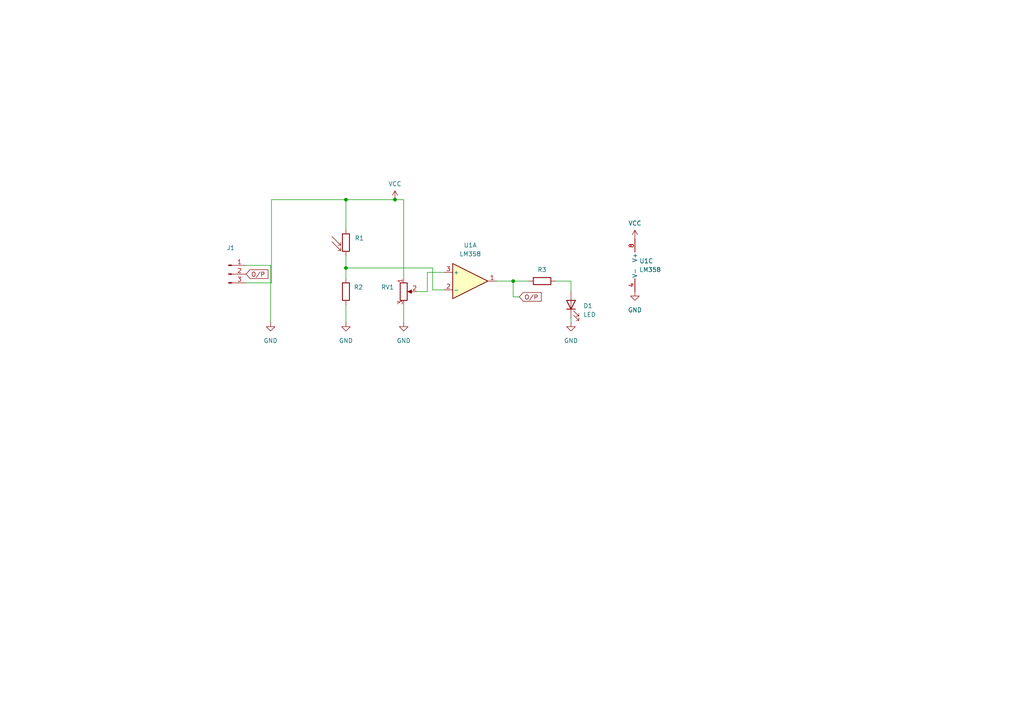
<source format=kicad_sch>
(kicad_sch (version 20211123) (generator eeschema)
  (paper "A4")
  (title_block (title "LM358 ldr ") (date "2022-10-02") (rev "1.0"))
  (lib_symbols
    (symbol "Amplifier_Operational:LM358" (pin_names (offset 0.127))
      (property "Reference" "U" (at 0 5.08 0))
      (property "Value" "LM358" (at 0 -5.08 0))
      (symbol "LM358_1_1"
        (polyline (pts (xy -5.08 5.08) (xy 5.08 0) (xy -5.08 -5.08) (xy -5.08 5.08)) (stroke (width 0.254)) (fill (type background)))
        (pin output line (at 7.62 0 180) (length 2.54) (name "~") (number "1"))
        (pin input line (at -7.62 -2.54 0) (length 2.54) (name "-") (number "2"))
        (pin input line (at -7.62 2.54 0) (length 2.54) (name "+") (number "3"))
      )
      (symbol "LM358_2_1"
        (polyline (pts (xy -5.08 5.08) (xy 5.08 0) (xy -5.08 -5.08) (xy -5.08 5.08)) (stroke (width 0.254)) (fill (type background)))
        (pin input line (at -7.62 2.54 0) (length 2.54) (name "+") (number "5"))
        (pin input line (at -7.62 -2.54 0) (length 2.54) (name "-") (number "6"))
        (pin output line (at 7.62 0 180) (length 2.54) (name "~") (number "7"))
      )
      (symbol "LM358_3_1"
        (pin power_in line (at -2.54 -7.62 90) (length 3.81) (name "V-") (number "4"))
        (pin power_in line (at -2.54 7.62 270) (length 3.81) (name "V+") (number "8"))
      )
    )
    (symbol "Connector:Conn_01x03_Male" (pin_names (offset 1.016) hide)
      (property "Reference" "J" (at 0 5.08 0))
      (property "Value" "Conn_01x03_Male" (at 0 -5.08 0))
      (symbol "Conn_01x03_Male_1_1"
        (polyline (pts (xy 1.27 -2.54) (xy 0.8636 -2.54)) (stroke (width 0.1524)))
        (polyline (pts (xy 1.27 0) (xy 0.8636 0)) (stroke (width 0.1524)))
        (polyline (pts (xy 1.27 2.54) (xy 0.8636 2.54)) (stroke (width 0.1524)))
        (rectangle (start 0.8636 -2.413) (end 0 -2.667) (stroke (width 0.1524)) (fill (type outline)))
        (rectangle (start 0.8636 0.127) (end 0 -0.127) (stroke (width 0.1524)) (fill (type outline)))
        (rectangle (start 0.8636 2.667) (end 0 2.413) (stroke (width 0.1524)) (fill (type outline)))
        (pin passive line (at 5.08 2.54 180) (length 3.81) (name "Pin_1") (number "1"))
        (pin passive line (at 5.08 0 180) (length 3.81) (name "Pin_2") (number "2"))
        (pin passive line (at 5.08 -2.54 180) (length 3.81) (name "Pin_3") (number "3"))
      )
    )
    (symbol "Device:LED" (pin_numbers hide) (pin_names (offset 1.016) hide)
      (property "Reference" "D" (at 0 2.54 0))
      (property "Value" "LED" (at 0 -2.54 0))
      (symbol "LED_0_1"
        (polyline (pts (xy -1.27 -1.27) (xy -1.27 1.27)) (stroke (width 0.254)))
        (polyline (pts (xy -1.27 0) (xy 1.27 0)))
        (polyline (pts (xy 1.27 -1.27) (xy 1.27 1.27) (xy -1.27 0) (xy 1.27 -1.27)) (stroke (width 0.254)))
        (polyline (pts (xy -3.048 -0.762) (xy -4.572 -2.286) (xy -3.81 -2.286) (xy -4.572 -2.286) (xy -4.572 -1.524)))
        (polyline (pts (xy -1.778 -0.762) (xy -3.302 -2.286) (xy -2.54 -2.286) (xy -3.302 -2.286) (xy -3.302 -1.524)))
      )
      (symbol "LED_1_1"
        (pin passive line (at -3.81 0 0) (length 2.54) (name "K") (number "1"))
        (pin passive line (at 3.81 0 180) (length 2.54) (name "A") (number "2"))
      )
    )
    (symbol "Device:R" (pin_numbers hide) (pin_names (offset 0))
      (property "Reference" "R" (at 2.032 0 90))
      (property "Value" "R" (at 0 0 90))
      (symbol "R_0_1"
        (rectangle (start -1.016 -2.54) (end 1.016 2.54) (stroke (width 0.254)))
      )
      (symbol "R_1_1"
        (pin passive line (at 0 3.81 270) (length 1.27) (name "~") (number "1"))
        (pin passive line (at 0 -3.81 90) (length 1.27) (name "~") (number "2"))
      )
    )
    (symbol "Device:R_Photo" (pin_numbers hide) (pin_names (offset 0))
      (property "Reference" "R" (at 1.27 1.27 0))
      (property "Value" "R_Photo" (at 1.27 0 0))
      (symbol "R_Photo_0_1"
        (rectangle (start -1.016 2.54) (end 1.016 -2.54) (stroke (width 0.254)))
        (polyline (pts (xy -1.524 -2.286) (xy -4.064 0.254)))
        (polyline (pts (xy -1.524 -2.286) (xy -2.286 -2.286)))
        (polyline (pts (xy -1.524 -2.286) (xy -1.524 -1.524)))
        (polyline (pts (xy -1.524 -0.762) (xy -4.064 1.778)))
        (polyline (pts (xy -1.524 -0.762) (xy -2.286 -0.762)))
        (polyline (pts (xy -1.524 -0.762) (xy -1.524 0)))
      )
      (symbol "R_Photo_1_1"
        (pin passive line (at 0 3.81 270) (length 1.27) (name "~") (number "1"))
        (pin passive line (at 0 -3.81 90) (length 1.27) (name "~") (number "2"))
      )
    )
    (symbol "Device:R_Potentiometer" (pin_names (offset 1.016) hide)
      (property "Reference" "RV" (at -4.445 0 90))
      (property "Value" "R_Potentiometer" (at -2.54 0 90))
      (symbol "R_Potentiometer_0_1"
        (polyline (pts (xy 2.54 0) (xy 1.524 0)))
        (polyline (pts (xy 1.143 0) (xy 2.286 0.508) (xy 2.286 -0.508) (xy 1.143 0)) (fill (type outline)))
        (rectangle (start 1.016 2.54) (end -1.016 -2.54) (stroke (width 0.254)))
      )
      (symbol "R_Potentiometer_1_1"
        (pin passive line (at 0 3.81 270) (length 1.27) (name "1") (number "1"))
        (pin passive line (at 3.81 0 180) (length 1.27) (name "2") (number "2"))
        (pin passive line (at 0 -3.81 90) (length 1.27) (name "3") (number "3"))
      )
    )
    (symbol "power:GND" (power) (pin_names (offset 0))
      (property "Value" "GND" (at 0 -3.81 0))
      (symbol "GND_0_1"
        (polyline (pts (xy 0 0) (xy 0 -1.27) (xy 1.27 -1.27) (xy 0 -2.54) (xy -1.27 -1.27) (xy 0 -1.27)))
      )
      (symbol "GND_1_1"
        (pin power_in line (at 0 0 270) (length 0) hide (name "GND") (number "1"))
      )
    )
    (symbol "power:VCC" (power) (pin_names (offset 0))
      (property "Value" "VCC" (at 0 3.81 0))
      (symbol "VCC_0_1"
        (polyline (pts (xy -0.762 1.27) (xy 0 2.54)))
        (polyline (pts (xy 0 0) (xy 0 2.54)))
        (polyline (pts (xy 0 2.54) (xy 0.762 1.27)))
      )
      (symbol "VCC_1_1"
        (pin power_in line (at 0 0 90) (length 0) hide (name "VCC") (number "1"))
      )
    )
  )
  (junction (at 100.33 77.724))
  (junction (at 114.554 57.912))
  (junction (at 148.844 81.534))
  (junction (at 100.33 57.912))
  (wire (pts (xy 125.476 77.724) (xy 100.33 77.724)))
  (wire (pts (xy 165.608 81.534) (xy 165.608 84.582)))
  (wire (pts (xy 100.33 57.912) (xy 100.33 66.548)))
  (wire (pts (xy 117.094 80.772) (xy 117.094 57.912)))
  (wire (pts (xy 123.952 78.994) (xy 128.778 78.994)))
  (wire (pts (xy 148.844 81.534) (xy 153.416 81.534)))
  (wire (pts (xy 78.74 57.912) (xy 100.33 57.912)))
  (wire (pts (xy 144.018 81.534) (xy 148.844 81.534)))
  (wire (pts (xy 78.74 82.042) (xy 71.374 82.042)))
  (wire (pts (xy 100.33 57.912) (xy 114.554 57.912)))
  (wire (pts (xy 148.844 86.106) (xy 148.844 81.534)))
  (wire (pts (xy 117.094 88.392) (xy 117.094 93.472)))
  (wire (pts (xy 117.094 57.912) (xy 114.554 57.912)))
  (wire (pts (xy 120.904 84.582) (xy 123.952 84.582)))
  (wire (pts (xy 125.476 84.074) (xy 125.476 77.724)))
  (wire (pts (xy 78.486 76.962) (xy 71.374 76.962)))
  (wire (pts (xy 100.33 77.724) (xy 100.33 80.772)))
  (wire (pts (xy 123.952 84.582) (xy 123.952 78.994)))
  (wire (pts (xy 128.778 84.074) (xy 125.476 84.074)))
  (wire (pts (xy 161.036 81.534) (xy 165.608 81.534)))
  (wire (pts (xy 100.33 77.724) (xy 100.33 74.168)))
  (wire (pts (xy 165.608 92.202) (xy 165.608 93.472)))
  (wire (pts (xy 78.74 57.912) (xy 78.74 82.042)))
  (wire (pts (xy 100.33 88.392) (xy 100.33 93.472)))
  (wire (pts (xy 150.622 86.106) (xy 148.844 86.106)))
  (wire (pts (xy 78.486 76.962) (xy 78.486 93.472)))
  (global_label "O{slash}P" (shape input) (at 150.622 86.106 0) (property "Intersheet References" "${INTERSHEET_REFS}" (effects hide)))
  (global_label "O{slash}P" (shape input) (at 71.374 79.502 0) (property "Intersheet References" "${INTERSHEET_REFS}" (effects hide)))
  (symbol (lib_id "power:VCC") (at 184.15 69.342 0) (unit 1)
    (property "Reference" "#PWR06" (effects hide))
    (property "Value" "VCC" (at 184.15 64.77 0))
  )
  (symbol (lib_id "power:GND") (at 100.33 93.472 0) (unit 1)
    (property "Reference" "#PWR02" (effects hide))
    (property "Value" "GND" (at 100.33 98.806 0))
  )
  (symbol (lib_id "Amplifier_Operational:LM358") (at 136.398 81.534 0) (unit 1)
    (property "Reference" "U1" (at 136.398 71.12 0))
    (property "Value" "LM358" (at 136.398 73.66 0))
    (property "Footprint" "Package_DIP:DIP-8_W7.62mm" (effects hide))
    (property "Datasheet" "http://www.ti.com/lit/ds/symlink/lm2904-n.pdf" (effects hide))
  )
  (symbol (lib_id "Device:R") (at 157.226 81.534 90) (unit 1)
    (property "Reference" "R3" (at 157.226 78.232 90))
    (property "Value" "R" (effects hide))
    (property "Footprint" "Resistor_THT:R_Axial_DIN0309_L9.0mm_D3.2mm_P12.70mm_Horizontal" (effects hide))
  )
  (symbol (lib_id "power:VCC") (at 114.554 57.912 0) (unit 1)
    (property "Reference" "#PWR03" (effects hide))
    (property "Value" "VCC" (at 114.554 53.34 0))
  )
  (symbol (lib_id "power:GND") (at 165.608 93.472 0) (unit 1)
    (property "Reference" "#PWR05" (effects hide))
    (property "Value" "GND" (at 165.608 98.806 0))
  )
  (symbol (lib_id "Device:LED") (at 165.608 88.392 90) (unit 1)
    (property "Reference" "D1" (at 169.164 88.7094 90) (effects (justify right)))
    (property "Value" "LED" (at 169.164 91.2494 90) (effects (justify right)))
    (property "Footprint" "LED_THT:LED_D3.0mm" (effects hide))
  )
  (symbol (lib_id "power:GND") (at 184.15 84.582 0) (unit 1)
    (property "Reference" "#PWR07" (effects hide))
    (property "Value" "GND" (at 184.15 89.916 0))
  )
  (symbol (lib_id "Device:R_Potentiometer") (at 117.094 84.582 0) (unit 1)
    (property "Reference" "RV1" (at 114.3 83.3119 0) (effects (justify right)))
    (property "Value" "R_Potentiometer" (effects hide))
    (property "Footprint" "Potentiometer_THT:Potentiometer_Runtron_RM-065_Vertical" (effects hide))
  )
  (symbol (lib_id "Amplifier_Operational:LM358") (at 186.69 76.962 0) (unit 3)
    (property "Reference" "U1" (at 185.42 75.6919 0) (effects (justify left)))
    (property "Value" "LM358" (at 185.42 78.2319 0) (effects (justify left)))
    (property "Footprint" "Package_DIP:DIP-8_W7.62mm" (effects hide))
    (property "Datasheet" "http://www.ti.com/lit/ds/symlink/lm2904-n.pdf" (effects hide))
  )
  (symbol (lib_id "power:GND") (at 117.094 93.472 0) (unit 1)
    (property "Reference" "#PWR04" (effects hide))
    (property "Value" "GND" (at 117.094 98.806 0))
  )
  (symbol (lib_id "power:GND") (at 78.486 93.472 0) (unit 1)
    (property "Reference" "#PWR01" (effects hide))
    (property "Value" "GND" (at 78.486 98.806 0))
  )
  (symbol (lib_id "Connector:Conn_01x03_Male") (at 66.294 79.502 0) (unit 1)
    (property "Reference" "J1" (at 66.929 71.882 0))
    (property "Value" "Conn_01x03_Male" (effects hide))
    (property "Footprint" "Connector_PinHeader_2.54mm:PinHeader_1x03_P2.54mm_Vertical" (effects hide))
  )
  (symbol (lib_id "Device:R") (at 100.33 84.582 0) (unit 1)
    (property "Reference" "R2" (at 102.616 83.3119 0) (effects (justify left)))
    (property "Value" "R" (effects hide))
    (property "Footprint" "Resistor_THT:R_Axial_DIN0309_L9.0mm_D3.2mm_P12.70mm_Horizontal" (effects hide))
  )
  (symbol (lib_id "Device:R_Photo") (at 100.33 70.358 0) (unit 1)
    (property "Reference" "R1" (at 102.87 69.0879 0) (effects (justify left)))
    (property "Value" "R_Photo" (effects hide))
    (property "Footprint" "OptoDevice:R_LDR_4.9x4.2mm_P2.54mm_Vertical" (effects hide))
  )
)
</source>
